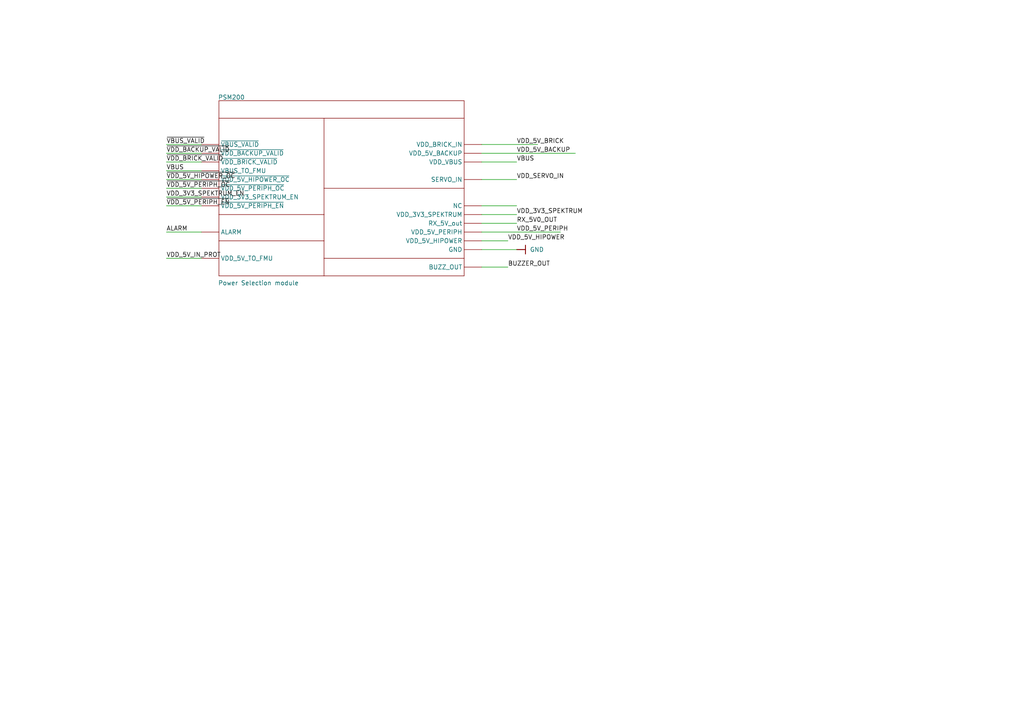
<source format=kicad_sch>
(kicad_sch (version 20250114) (generator "eeschema") (generator_version "9.0")
  (paper "A4")
  (lib_symbols
    (symbol "CB_REV_C:root_0_PSMPSM_CB_REV_C.SCHLIB" (pin_numbers (hide yes))
      (symbol "root_0_PSMPSM_CB_REV_C.SCHLIB_1_0"
        (polyline (pts (xy -22.86 43.18) (xy -22.86 38.1)) (stroke (width 0) (color 128 0 0 1)))
        (polyline (pts (xy -22.86 38.1) (xy 7.62 38.1)) (stroke (width 0) (color 128 0 0 1)))
        (polyline (pts (xy -22.86 10.16) (xy -22.86 38.1)) (stroke (width 0) (color 128 0 0 1)))
        (polyline (pts (xy -22.86 10.16) (xy 7.62 10.16)) (stroke (width 0) (color 128 0 0 1)))
        (polyline (pts (xy -22.86 2.54) (xy -22.86 10.16)) (stroke (width 0) (color 128 0 0 1)))
        (polyline (pts (xy -22.86 -7.62) (xy -22.86 2.54)) (stroke (width 0) (color 128 0 0 1)))
        (polyline (pts (xy 7.62 38.1) (xy 7.62 17.78)) (stroke (width 0) (color 128 0 0 1)))
        (polyline (pts (xy 7.62 38.1) (xy 48.26 38.1)) (stroke (width 0) (color 128 0 0 1)))
        (polyline (pts (xy 7.62 17.78) (xy 7.62 10.16)) (stroke (width 0) (color 128 0 0 1)))
        (polyline (pts (xy 7.62 17.78) (xy 48.26 17.78)) (stroke (width 0) (color 128 0 0 1)))
        (polyline (pts (xy 7.62 10.16) (xy 7.62 2.54)) (stroke (width 0) (color 128 0 0 1)))
        (polyline (pts (xy 7.62 2.54) (xy -22.86 2.54)) (stroke (width 0) (color 128 0 0 1)))
        (polyline (pts (xy 7.62 2.54) (xy 7.62 -2.54)) (stroke (width 0) (color 128 0 0 1)))
        (polyline (pts (xy 7.62 -2.54) (xy 7.62 -7.62)) (stroke (width 0) (color 128 0 0 1)))
        (polyline (pts (xy 7.62 -2.54) (xy 48.26 -2.54)) (stroke (width 0) (color 128 0 0 1)))
        (polyline (pts (xy 7.62 -7.62) (xy -22.86 -7.62)) (stroke (width 0) (color 128 0 0 1)))
        (polyline (pts (xy 7.62 -7.62) (xy 48.26 -7.62)) (stroke (width 0) (color 128 0 0 1)))
        (polyline (pts (xy 48.26 43.18) (xy -22.86 43.18)) (stroke (width 0) (color 128 0 0 1)))
        (polyline (pts (xy 48.26 38.1) (xy 48.26 43.18)) (stroke (width 0) (color 128 0 0 1)))
        (polyline (pts (xy 48.26 17.78) (xy 48.26 38.1)) (stroke (width 0) (color 128 0 0 1)))
        (polyline (pts (xy 48.26 -2.54) (xy 48.26 17.78)) (stroke (width 0) (color 128 0 0 1)))
        (polyline (pts (xy 48.26 -7.62) (xy 48.26 -2.54)) (stroke (width 0) (color 128 0 0 1)))
        (pin passive line (at -27.94 30.48 0) (length 5.08) (name "~{VBUS_VALID}") (number "!VBUS_VALID"))
        (pin passive line (at -27.94 27.94 0) (length 5.08) (name "~{VDD_BACKUP_VALID}") (number "!VDD_BACKUP_VALID"))
        (pin passive line (at -27.94 25.4 0) (length 5.08) (name "~{VDD_BRICK_VALID}") (number "!VDD_BRICK_VALID"))
        (pin passive line (at -27.94 22.86 0) (length 5.08) (name "VBUS_TO_FMU") (number "VBUS"))
        (pin passive line (at -27.94 20.32 0) (length 5.08) (name "~{VDD_5V_HIPOWER_OC}") (number "!VDD_5V_HIPOWER_OC"))
        (pin passive line (at -27.94 17.78 0) (length 5.08) (name "~{VDD_5V_PERIPH_OC}") (number "!VDD_5V_PERIPH_OC"))
        (pin passive line (at -27.94 15.24 0) (length 5.08) (name "VDD_3V3_SPEKTRUM_EN") (number "VDD_3V3_SPEKTRUM_EN"))
        (pin passive line (at -27.94 12.7 0) (length 5.08) (name "~{VDD_5V_PERIPH_EN}") (number "!VDD_5V_PERIPH_EN"))
        (pin passive line (at -27.94 5.08 0) (length 5.08) (name "ALARM") (number "ALARM"))
        (pin passive line (at -27.94 -2.54 0) (length 5.08) (name "VDD_5V_TO_FMU") (number "VDD_5V_IN_PROT"))
        (pin passive line (at 53.34 30.48 180) (length 5.08) (name "VDD_BRICK_IN") (number "VDD_BRICK_IN"))
        (pin passive line (at 53.34 27.94 180) (length 5.08) (name "VDD_5V_BACKUP") (number "VDD_5V_BACKUP"))
        (pin passive line (at 53.34 25.4 180) (length 5.08) (name "VDD_VBUS") (number "VDD_VBUS"))
        (pin passive line (at 53.34 20.32 180) (length 5.08) (name "SERVO_IN") (number "SERVO_IN"))
        (pin passive line (at 53.34 12.7 180) (length 5.08) (name "NC") (number "NC"))
        (pin passive line (at 53.34 10.16 180) (length 5.08) (name "VDD_3V3_SPEKTRUM") (number "SPEK"))
        (pin passive line (at 53.34 7.62 180) (length 5.08) (name "RX_5V_out") (number "RX"))
        (pin passive line (at 53.34 5.08 180) (length 5.08) (name "VDD_5V_PERIPH") (number "5V_PERIPH"))
        (pin passive line (at 53.34 2.54 180) (length 5.08) (name "VDD_5V_HIPOWER") (number "5V_HIPOWER"))
        (pin passive line (at 53.34 0 180) (length 5.08) (name "GND") (number "GND"))
        (pin passive line (at 53.34 -5.08 180) (length 5.08) (name "BUZZ_OUT") (number "BUZZER_OUT"))
      )
    )
    (symbol "TransferProject-altium-import:GND_BAR" (power)
      (property "Value" "GND" (at 0 -3.81 0))
      (symbol "GND_BAR_0_0"
        (polyline (pts (xy -1.27 -2.54) (xy 1.27 -2.54)) (stroke (width 0.254)))
        (polyline (pts (xy 0 0) (xy 0 -2.54)) (stroke (width 0.254)))
        (pin power_in line (at 0 0 0) (length 0) (hide yes) (name "GND") (number ""))
      )
    )
  )
  (wire (pts (xy 48.26 57.15) (xy 58.42 57.15)))
  (wire (pts (xy 139.7 72.39) (xy 149.86 72.39)))
  (wire (pts (xy 139.7 62.23) (xy 149.86 62.23)))
  (wire (pts (xy 48.26 52.07) (xy 58.42 52.07)))
  (wire (pts (xy 48.26 44.45) (xy 58.42 44.45)))
  (wire (pts (xy 139.7 67.31) (xy 162.56 67.31)))
  (wire (pts (xy 139.7 59.69) (xy 149.86 59.69)))
  (wire (pts (xy 139.7 41.91) (xy 155.956 41.91)))
  (wire (pts (xy 139.7 69.85) (xy 147.32 69.85)))
  (wire (pts (xy 139.7 64.77) (xy 149.86 64.77)))
  (wire (pts (xy 139.7 44.45) (xy 166.878 44.45)))
  (wire (pts (xy 48.26 41.91) (xy 58.42 41.91)))
  (wire (pts (xy 139.7 77.47) (xy 147.32 77.47)))
  (wire (pts (xy 139.7 52.07) (xy 149.86 52.07)))
  (wire (pts (xy 48.26 59.69) (xy 58.42 59.69)))
  (wire (pts (xy 139.7 46.99) (xy 149.86 46.99)))
  (wire (pts (xy 48.26 49.53) (xy 58.42 49.53)))
  (wire (pts (xy 48.26 46.99) (xy 58.42 46.99)))
  (wire (pts (xy 48.26 74.93) (xy 58.42 74.93)))
  (wire (pts (xy 48.26 67.31) (xy 58.42 67.31)))
  (wire (pts (xy 48.26 54.61) (xy 58.42 54.61)))
  (label "VDD_3V3_SPEKTRUM" (at 149.86 62.23 0))
  (label "~{VDD_5V_PERIPH_OC}" (at 48.26 54.61 0))
  (label "BUZZER_OUT" (at 147.32 77.47 0))
  (label "VBUS" (at 149.86 46.99 0))
  (label "VDD_5V_BRICK" (at 149.86 41.91 0))
  (label "~{VDD_5V_HIPOWER_OC}" (at 48.26 52.07 0))
  (label "ALARM" (at 48.26 67.31 0))
  (label "RX_5V0_OUT" (at 149.86 64.77 0))
  (label "VBUS" (at 48.26 49.53 0))
  (label "VDD_5V_IN_PROT" (at 48.26 74.93 0))
  (label "~{VDD_BRICK_VALID}" (at 48.26 46.99 0))
  (label "~{VDD_BACKUP_VALID}" (at 48.26 44.45 0))
  (label "~{VBUS_VALID}" (at 48.26 41.91 0))
  (label "VDD_3V3_SPEKTRUM_EN" (at 48.26 57.15 0))
  (label "VDD_5V_HIPOWER" (at 147.32 69.85 0))
  (label "VDD_SERVO_IN" (at 149.86 52.07 0))
  (label "VDD_5V_BACKUP" (at 149.86 44.45 0))
  (label "~{VDD_5V_PERIPH_EN}" (at 48.26 59.69 0))
  (label "VDD_5V_PERIPH" (at 149.86 67.31 0))
  (symbol (lib_id "TransferProject-altium-import:GND_BAR") (at 149.86 72.39 90) (unit 1)
    (property "Reference" "#PWR016" (effects (hide yes)))
    (property "Value" "GND" (at 153.67 72.39 90) (effects (justify right)))
  )
  (symbol (lib_id "CB_REV_C:root_0_PSMPSM_CB_REV_C.SCHLIB") (at 86.36 72.39 0) (unit 1)
    (property "Reference" "PSM200" (at 63.246 28.956 0) (effects (justify left bottom)))
    (property "Value" "Power Selection module" (at 63.246 82.804 0) (effects (justify left bottom)))
    (property "Footprint" "PSM" (effects (hide yes)))
    (property "Description" "PCA, PSM, Assembly" (effects (hide yes)))
  )
)
</source>
